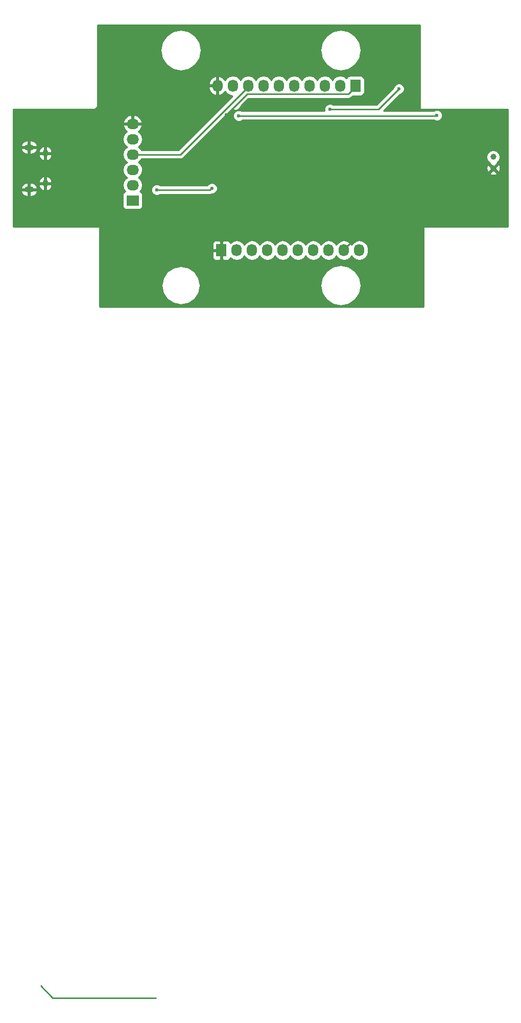
<source format=gbr>
G04 #@! TF.FileFunction,Copper,L2,Bot,Signal*
%FSLAX46Y46*%
G04 Gerber Fmt 4.6, Leading zero omitted, Abs format (unit mm)*
G04 Created by KiCad (PCBNEW 4.0.2-4+6225~38~ubuntu15.10.1-stable) date Thu 10 Mar 2016 05:21:24 PM CST*
%MOMM*%
G01*
G04 APERTURE LIST*
%ADD10C,0.100000*%
%ADD11R,1.727200X2.032000*%
%ADD12O,1.727200X2.032000*%
%ADD13R,2.032000X1.727200*%
%ADD14O,2.032000X1.727200*%
%ADD15C,1.000000*%
%ADD16O,0.950000X1.250000*%
%ADD17O,1.550000X1.000000*%
%ADD18C,0.600000*%
%ADD19C,0.250000*%
%ADD20C,0.254000*%
G04 APERTURE END LIST*
D10*
D11*
X178435000Y-55880000D03*
D12*
X175895000Y-55880000D03*
X173355000Y-55880000D03*
X170815000Y-55880000D03*
X168275000Y-55880000D03*
X165735000Y-55880000D03*
X163195000Y-55880000D03*
X160655000Y-55880000D03*
X158115000Y-55880000D03*
X155575000Y-55880000D03*
D13*
X141500000Y-74900000D03*
D14*
X141500000Y-72360000D03*
X141500000Y-69820000D03*
X141500000Y-67280000D03*
X141500000Y-64740000D03*
X141500000Y-62200000D03*
D15*
X201295000Y-69580000D03*
X201295000Y-67680000D03*
D11*
X156210000Y-83185000D03*
D12*
X158750000Y-83185000D03*
X161290000Y-83185000D03*
X163830000Y-83185000D03*
X166370000Y-83185000D03*
X168910000Y-83185000D03*
X171450000Y-83185000D03*
X173990000Y-83185000D03*
X176530000Y-83185000D03*
X179070000Y-83185000D03*
D16*
X127038540Y-67095100D03*
X127038540Y-72095100D03*
D17*
X124338540Y-66095100D03*
X124338540Y-73095100D03*
D18*
X145150000Y-63200000D03*
X135550000Y-72600000D03*
X153450000Y-76400000D03*
X158150000Y-78400000D03*
X146750000Y-78000000D03*
X181500000Y-72500000D03*
X147000000Y-70000000D03*
X185650000Y-56400000D03*
X174200000Y-59800000D03*
X157057240Y-60710507D03*
X191950000Y-60800000D03*
X159100000Y-60850000D03*
X185150000Y-81400000D03*
X154650000Y-72900000D03*
X145500000Y-73150000D03*
D19*
X128237027Y-207175159D02*
X126260375Y-205198507D01*
X145310375Y-207175159D02*
X128237027Y-207175159D01*
X179400000Y-59800000D02*
X182250000Y-59800000D01*
X182250000Y-59800000D02*
X185650000Y-56400000D01*
X174624264Y-59800000D02*
X174200000Y-59800000D01*
X179400000Y-59800000D02*
X174624264Y-59800000D01*
X157057240Y-60710507D02*
X160546737Y-57221010D01*
X160546737Y-57221010D02*
X177246390Y-57221010D01*
X177246390Y-57221010D02*
X178435000Y-56032400D01*
X178435000Y-56032400D02*
X178435000Y-55880000D01*
X159100000Y-60850000D02*
X191900000Y-60850000D01*
X191900000Y-60850000D02*
X191950000Y-60800000D01*
X161290000Y-83032600D02*
X161290000Y-83185000D01*
X160685000Y-83185000D02*
X161290000Y-83185000D01*
X161290000Y-83337400D02*
X161290000Y-83185000D01*
X141500000Y-67280000D02*
X149407400Y-67280000D01*
X149407400Y-67280000D02*
X160655000Y-56032400D01*
X160655000Y-56032400D02*
X160655000Y-55880000D01*
X185150000Y-81400000D02*
X178162600Y-81400000D01*
X178162600Y-81400000D02*
X176530000Y-83032600D01*
X176530000Y-83032600D02*
X176530000Y-83185000D01*
X154300000Y-73150000D02*
X154550000Y-72900000D01*
X154550000Y-72900000D02*
X154650000Y-72900000D01*
X145500000Y-73150000D02*
X154300000Y-73150000D01*
D20*
G36*
X189103000Y-59690000D02*
X189113006Y-59739410D01*
X189141447Y-59781035D01*
X189183841Y-59808315D01*
X189230000Y-59817000D01*
X203708000Y-59817000D01*
X203708000Y-79248000D01*
X189865000Y-79248000D01*
X189815590Y-79258006D01*
X189773965Y-79286447D01*
X189746685Y-79328841D01*
X189738000Y-79375000D01*
X189738000Y-92583000D01*
X136017000Y-92583000D01*
X136017000Y-89000000D01*
X146290000Y-89000000D01*
X146534347Y-90228414D01*
X147230187Y-91269813D01*
X148271586Y-91965653D01*
X149500000Y-92210000D01*
X150728414Y-91965653D01*
X151769813Y-91269813D01*
X152465653Y-90228414D01*
X152710000Y-89000000D01*
X172597418Y-89000000D01*
X172856424Y-90302112D01*
X173594011Y-91405989D01*
X174697888Y-92143576D01*
X176000000Y-92402582D01*
X177302112Y-92143576D01*
X178405989Y-91405989D01*
X179143576Y-90302112D01*
X179402582Y-89000000D01*
X179143576Y-87697888D01*
X178405989Y-86594011D01*
X177302112Y-85856424D01*
X176000000Y-85597418D01*
X174697888Y-85856424D01*
X173594011Y-86594011D01*
X172856424Y-87697888D01*
X172597418Y-89000000D01*
X152710000Y-89000000D01*
X152465653Y-87771586D01*
X151769813Y-86730187D01*
X150728414Y-86034347D01*
X149500000Y-85790000D01*
X148271586Y-86034347D01*
X147230187Y-86730187D01*
X146534347Y-87771586D01*
X146290000Y-89000000D01*
X136017000Y-89000000D01*
X136017000Y-83470750D01*
X154711400Y-83470750D01*
X154711400Y-84327309D01*
X154808073Y-84560698D01*
X154986701Y-84739327D01*
X155220090Y-84836000D01*
X155924250Y-84836000D01*
X156083000Y-84677250D01*
X156083000Y-83312000D01*
X154870150Y-83312000D01*
X154711400Y-83470750D01*
X136017000Y-83470750D01*
X136017000Y-82042691D01*
X154711400Y-82042691D01*
X154711400Y-82899250D01*
X154870150Y-83058000D01*
X156083000Y-83058000D01*
X156083000Y-81692750D01*
X156337000Y-81692750D01*
X156337000Y-83058000D01*
X156357000Y-83058000D01*
X156357000Y-83312000D01*
X156337000Y-83312000D01*
X156337000Y-84677250D01*
X156495750Y-84836000D01*
X157199910Y-84836000D01*
X157433299Y-84739327D01*
X157611927Y-84560698D01*
X157675500Y-84407220D01*
X157690330Y-84429415D01*
X158176511Y-84754271D01*
X158750000Y-84868345D01*
X159323489Y-84754271D01*
X159809670Y-84429415D01*
X160020000Y-84114634D01*
X160230330Y-84429415D01*
X160716511Y-84754271D01*
X161290000Y-84868345D01*
X161863489Y-84754271D01*
X162349670Y-84429415D01*
X162560000Y-84114634D01*
X162770330Y-84429415D01*
X163256511Y-84754271D01*
X163830000Y-84868345D01*
X164403489Y-84754271D01*
X164889670Y-84429415D01*
X165100000Y-84114634D01*
X165310330Y-84429415D01*
X165796511Y-84754271D01*
X166370000Y-84868345D01*
X166943489Y-84754271D01*
X167429670Y-84429415D01*
X167640000Y-84114634D01*
X167850330Y-84429415D01*
X168336511Y-84754271D01*
X168910000Y-84868345D01*
X169483489Y-84754271D01*
X169969670Y-84429415D01*
X170180000Y-84114634D01*
X170390330Y-84429415D01*
X170876511Y-84754271D01*
X171450000Y-84868345D01*
X172023489Y-84754271D01*
X172509670Y-84429415D01*
X172720000Y-84114634D01*
X172930330Y-84429415D01*
X173416511Y-84754271D01*
X173990000Y-84868345D01*
X174563489Y-84754271D01*
X175049670Y-84429415D01*
X175260000Y-84114634D01*
X175470330Y-84429415D01*
X175956511Y-84754271D01*
X176530000Y-84868345D01*
X177103489Y-84754271D01*
X177589670Y-84429415D01*
X177800000Y-84114634D01*
X178010330Y-84429415D01*
X178496511Y-84754271D01*
X179070000Y-84868345D01*
X179643489Y-84754271D01*
X180129670Y-84429415D01*
X180454526Y-83943234D01*
X180568600Y-83369745D01*
X180568600Y-83000255D01*
X180454526Y-82426766D01*
X180129670Y-81940585D01*
X179643489Y-81615729D01*
X179070000Y-81501655D01*
X178496511Y-81615729D01*
X178010330Y-81940585D01*
X177800000Y-82255366D01*
X177589670Y-81940585D01*
X177103489Y-81615729D01*
X176530000Y-81501655D01*
X175956511Y-81615729D01*
X175470330Y-81940585D01*
X175260000Y-82255366D01*
X175049670Y-81940585D01*
X174563489Y-81615729D01*
X173990000Y-81501655D01*
X173416511Y-81615729D01*
X172930330Y-81940585D01*
X172720000Y-82255366D01*
X172509670Y-81940585D01*
X172023489Y-81615729D01*
X171450000Y-81501655D01*
X170876511Y-81615729D01*
X170390330Y-81940585D01*
X170180000Y-82255366D01*
X169969670Y-81940585D01*
X169483489Y-81615729D01*
X168910000Y-81501655D01*
X168336511Y-81615729D01*
X167850330Y-81940585D01*
X167640000Y-82255366D01*
X167429670Y-81940585D01*
X166943489Y-81615729D01*
X166370000Y-81501655D01*
X165796511Y-81615729D01*
X165310330Y-81940585D01*
X165100000Y-82255366D01*
X164889670Y-81940585D01*
X164403489Y-81615729D01*
X163830000Y-81501655D01*
X163256511Y-81615729D01*
X162770330Y-81940585D01*
X162560000Y-82255366D01*
X162349670Y-81940585D01*
X161863489Y-81615729D01*
X161290000Y-81501655D01*
X160716511Y-81615729D01*
X160230330Y-81940585D01*
X160020000Y-82255366D01*
X159809670Y-81940585D01*
X159323489Y-81615729D01*
X158750000Y-81501655D01*
X158176511Y-81615729D01*
X157690330Y-81940585D01*
X157675500Y-81962780D01*
X157611927Y-81809302D01*
X157433299Y-81630673D01*
X157199910Y-81534000D01*
X156495750Y-81534000D01*
X156337000Y-81692750D01*
X156083000Y-81692750D01*
X155924250Y-81534000D01*
X155220090Y-81534000D01*
X154986701Y-81630673D01*
X154808073Y-81809302D01*
X154711400Y-82042691D01*
X136017000Y-82042691D01*
X136017000Y-79375000D01*
X136006994Y-79325590D01*
X135978553Y-79283965D01*
X135936159Y-79256685D01*
X135890000Y-79248000D01*
X121710000Y-79248000D01*
X121710000Y-73396974D01*
X122969421Y-73396974D01*
X123171172Y-73807863D01*
X123511862Y-74095102D01*
X123936540Y-74230100D01*
X124211540Y-74230100D01*
X124211540Y-73222100D01*
X124465540Y-73222100D01*
X124465540Y-74230100D01*
X124740540Y-74230100D01*
X125165218Y-74095102D01*
X125505908Y-73807863D01*
X125707659Y-73396974D01*
X125581494Y-73222100D01*
X124465540Y-73222100D01*
X124211540Y-73222100D01*
X123095586Y-73222100D01*
X122969421Y-73396974D01*
X121710000Y-73396974D01*
X121710000Y-72793226D01*
X122969421Y-72793226D01*
X123095586Y-72968100D01*
X124211540Y-72968100D01*
X124211540Y-71960100D01*
X124465540Y-71960100D01*
X124465540Y-72968100D01*
X125581494Y-72968100D01*
X125707659Y-72793226D01*
X125512731Y-72396231D01*
X125937311Y-72396231D01*
X126078972Y-72806149D01*
X126366719Y-73130652D01*
X126740602Y-73314368D01*
X126911540Y-73187834D01*
X126911540Y-72222100D01*
X127165540Y-72222100D01*
X127165540Y-73187834D01*
X127336478Y-73314368D01*
X127710361Y-73130652D01*
X127998108Y-72806149D01*
X128139769Y-72396231D01*
X127991103Y-72222100D01*
X127165540Y-72222100D01*
X126911540Y-72222100D01*
X126085977Y-72222100D01*
X125937311Y-72396231D01*
X125512731Y-72396231D01*
X125505908Y-72382337D01*
X125165218Y-72095098D01*
X124740540Y-71960100D01*
X124465540Y-71960100D01*
X124211540Y-71960100D01*
X123936540Y-71960100D01*
X123511862Y-72095098D01*
X123171172Y-72382337D01*
X122969421Y-72793226D01*
X121710000Y-72793226D01*
X121710000Y-71793969D01*
X125937311Y-71793969D01*
X126085977Y-71968100D01*
X126911540Y-71968100D01*
X126911540Y-71002366D01*
X127165540Y-71002366D01*
X127165540Y-71968100D01*
X127991103Y-71968100D01*
X128139769Y-71793969D01*
X127998108Y-71384051D01*
X127710361Y-71059548D01*
X127336478Y-70875832D01*
X127165540Y-71002366D01*
X126911540Y-71002366D01*
X126740602Y-70875832D01*
X126366719Y-71059548D01*
X126078972Y-71384051D01*
X125937311Y-71793969D01*
X121710000Y-71793969D01*
X121710000Y-67396231D01*
X125937311Y-67396231D01*
X126078972Y-67806149D01*
X126366719Y-68130652D01*
X126740602Y-68314368D01*
X126911540Y-68187834D01*
X126911540Y-67222100D01*
X127165540Y-67222100D01*
X127165540Y-68187834D01*
X127336478Y-68314368D01*
X127710361Y-68130652D01*
X127998108Y-67806149D01*
X128139769Y-67396231D01*
X127991103Y-67222100D01*
X127165540Y-67222100D01*
X126911540Y-67222100D01*
X126085977Y-67222100D01*
X125937311Y-67396231D01*
X121710000Y-67396231D01*
X121710000Y-66396974D01*
X122969421Y-66396974D01*
X123171172Y-66807863D01*
X123511862Y-67095102D01*
X123936540Y-67230100D01*
X124211540Y-67230100D01*
X124211540Y-66222100D01*
X124465540Y-66222100D01*
X124465540Y-67230100D01*
X124740540Y-67230100D01*
X125165218Y-67095102D01*
X125505908Y-66807863D01*
X125512730Y-66793969D01*
X125937311Y-66793969D01*
X126085977Y-66968100D01*
X126911540Y-66968100D01*
X126911540Y-66002366D01*
X127165540Y-66002366D01*
X127165540Y-66968100D01*
X127991103Y-66968100D01*
X128139769Y-66793969D01*
X127998108Y-66384051D01*
X127710361Y-66059548D01*
X127336478Y-65875832D01*
X127165540Y-66002366D01*
X126911540Y-66002366D01*
X126740602Y-65875832D01*
X126366719Y-66059548D01*
X126078972Y-66384051D01*
X125937311Y-66793969D01*
X125512730Y-66793969D01*
X125707659Y-66396974D01*
X125581494Y-66222100D01*
X124465540Y-66222100D01*
X124211540Y-66222100D01*
X123095586Y-66222100D01*
X122969421Y-66396974D01*
X121710000Y-66396974D01*
X121710000Y-65793226D01*
X122969421Y-65793226D01*
X123095586Y-65968100D01*
X124211540Y-65968100D01*
X124211540Y-64960100D01*
X124465540Y-64960100D01*
X124465540Y-65968100D01*
X125581494Y-65968100D01*
X125707659Y-65793226D01*
X125505908Y-65382337D01*
X125165218Y-65095098D01*
X124740540Y-64960100D01*
X124465540Y-64960100D01*
X124211540Y-64960100D01*
X123936540Y-64960100D01*
X123511862Y-65095098D01*
X123171172Y-65382337D01*
X122969421Y-65793226D01*
X121710000Y-65793226D01*
X121710000Y-64740000D01*
X139816655Y-64740000D01*
X139930729Y-65313489D01*
X140255585Y-65799670D01*
X140570366Y-66010000D01*
X140255585Y-66220330D01*
X139930729Y-66706511D01*
X139816655Y-67280000D01*
X139930729Y-67853489D01*
X140255585Y-68339670D01*
X140570366Y-68550000D01*
X140255585Y-68760330D01*
X139930729Y-69246511D01*
X139816655Y-69820000D01*
X139930729Y-70393489D01*
X140255585Y-70879670D01*
X140570366Y-71090000D01*
X140255585Y-71300330D01*
X139930729Y-71786511D01*
X139816655Y-72360000D01*
X139930729Y-72933489D01*
X140255585Y-73419670D01*
X140269913Y-73429243D01*
X140248683Y-73433238D01*
X140032559Y-73572310D01*
X139887569Y-73784510D01*
X139836560Y-74036400D01*
X139836560Y-75763600D01*
X139880838Y-75998917D01*
X140019910Y-76215041D01*
X140232110Y-76360031D01*
X140484000Y-76411040D01*
X142516000Y-76411040D01*
X142751317Y-76366762D01*
X142967441Y-76227690D01*
X143112431Y-76015490D01*
X143163440Y-75763600D01*
X143163440Y-74036400D01*
X143119162Y-73801083D01*
X142980090Y-73584959D01*
X142767890Y-73439969D01*
X142726561Y-73431600D01*
X142744415Y-73419670D01*
X142800878Y-73335167D01*
X144564838Y-73335167D01*
X144706883Y-73678943D01*
X144969673Y-73942192D01*
X145313201Y-74084838D01*
X145685167Y-74085162D01*
X146028943Y-73943117D01*
X146062118Y-73910000D01*
X154300000Y-73910000D01*
X154590839Y-73852148D01*
X154616545Y-73834972D01*
X154835167Y-73835162D01*
X155178943Y-73693117D01*
X155442192Y-73430327D01*
X155584838Y-73086799D01*
X155585162Y-72714833D01*
X155443117Y-72371057D01*
X155180327Y-72107808D01*
X154836799Y-71965162D01*
X154464833Y-71964838D01*
X154121057Y-72106883D01*
X153857808Y-72369673D01*
X153849367Y-72390000D01*
X146062463Y-72390000D01*
X146030327Y-72357808D01*
X145686799Y-72215162D01*
X145314833Y-72214838D01*
X144971057Y-72356883D01*
X144707808Y-72619673D01*
X144565162Y-72963201D01*
X144564838Y-73335167D01*
X142800878Y-73335167D01*
X143069271Y-72933489D01*
X143183345Y-72360000D01*
X143069271Y-71786511D01*
X142744415Y-71300330D01*
X142429634Y-71090000D01*
X142744415Y-70879670D01*
X143069271Y-70393489D01*
X143073922Y-70370104D01*
X200684501Y-70370104D01*
X200721648Y-70585217D01*
X201149972Y-70728112D01*
X201600375Y-70696217D01*
X201868352Y-70585217D01*
X201905499Y-70370104D01*
X201295000Y-69759605D01*
X200684501Y-70370104D01*
X143073922Y-70370104D01*
X143183345Y-69820000D01*
X143106759Y-69434972D01*
X200146888Y-69434972D01*
X200178783Y-69885375D01*
X200289783Y-70153352D01*
X200504896Y-70190499D01*
X201115395Y-69580000D01*
X201474605Y-69580000D01*
X202085104Y-70190499D01*
X202300217Y-70153352D01*
X202443112Y-69725028D01*
X202411217Y-69274625D01*
X202300217Y-69006648D01*
X202085104Y-68969501D01*
X201474605Y-69580000D01*
X201115395Y-69580000D01*
X200504896Y-68969501D01*
X200289783Y-69006648D01*
X200146888Y-69434972D01*
X143106759Y-69434972D01*
X143069271Y-69246511D01*
X142744415Y-68760330D01*
X142429634Y-68550000D01*
X142744415Y-68339670D01*
X142944648Y-68040000D01*
X149407400Y-68040000D01*
X149698239Y-67982148D01*
X149814036Y-67904775D01*
X200159803Y-67904775D01*
X200332233Y-68322086D01*
X200651235Y-68641645D01*
X200706163Y-68664453D01*
X200684501Y-68789896D01*
X201295000Y-69400395D01*
X201905499Y-68789896D01*
X201883888Y-68664748D01*
X201937086Y-68642767D01*
X202256645Y-68323765D01*
X202429803Y-67906756D01*
X202430197Y-67455225D01*
X202257767Y-67037914D01*
X201938765Y-66718355D01*
X201521756Y-66545197D01*
X201070225Y-66544803D01*
X200652914Y-66717233D01*
X200333355Y-67036235D01*
X200160197Y-67453244D01*
X200159803Y-67904775D01*
X149814036Y-67904775D01*
X149944801Y-67817401D01*
X156727035Y-61035167D01*
X158164838Y-61035167D01*
X158306883Y-61378943D01*
X158569673Y-61642192D01*
X158913201Y-61784838D01*
X159285167Y-61785162D01*
X159628943Y-61643117D01*
X159696422Y-61575755D01*
X159775629Y-61560000D01*
X191387537Y-61560000D01*
X191419673Y-61592192D01*
X191763201Y-61734838D01*
X192135167Y-61735162D01*
X192478943Y-61593117D01*
X192742192Y-61330327D01*
X192884838Y-60986799D01*
X192885162Y-60614833D01*
X192743117Y-60271057D01*
X192480327Y-60007808D01*
X192136799Y-59865162D01*
X191764833Y-59864838D01*
X191421057Y-60006883D01*
X191387882Y-60040000D01*
X183084802Y-60040000D01*
X185789680Y-57335122D01*
X185835167Y-57335162D01*
X186178943Y-57193117D01*
X186442192Y-56930327D01*
X186584838Y-56586799D01*
X186585162Y-56214833D01*
X186443117Y-55871057D01*
X186180327Y-55607808D01*
X185836799Y-55465162D01*
X185464833Y-55464838D01*
X185121057Y-55606883D01*
X184857808Y-55869673D01*
X184715162Y-56213201D01*
X184715121Y-56260077D01*
X181935198Y-59040000D01*
X174762463Y-59040000D01*
X174730327Y-59007808D01*
X174386799Y-58865162D01*
X174014833Y-58864838D01*
X173671057Y-59006883D01*
X173407808Y-59269673D01*
X173265162Y-59613201D01*
X173264838Y-59985167D01*
X173287494Y-60040000D01*
X159587441Y-60040000D01*
X159286799Y-59915162D01*
X158914833Y-59914838D01*
X158571057Y-60056883D01*
X158307808Y-60319673D01*
X158165162Y-60663201D01*
X158164838Y-61035167D01*
X156727035Y-61035167D01*
X157969872Y-59792330D01*
X158005321Y-59827840D01*
X158348849Y-59970486D01*
X158720815Y-59970810D01*
X159064591Y-59828765D01*
X159327840Y-59565975D01*
X159470486Y-59222447D01*
X159470527Y-59175571D01*
X160665088Y-57981010D01*
X177246390Y-57981010D01*
X177537229Y-57923158D01*
X177783791Y-57758411D01*
X177998762Y-57543440D01*
X179298600Y-57543440D01*
X179533917Y-57499162D01*
X179750041Y-57360090D01*
X179895031Y-57147890D01*
X179946040Y-56896000D01*
X179946040Y-54864000D01*
X179901762Y-54628683D01*
X179762690Y-54412559D01*
X179550490Y-54267569D01*
X179298600Y-54216560D01*
X177571400Y-54216560D01*
X177336083Y-54260838D01*
X177119959Y-54399910D01*
X176974969Y-54612110D01*
X176966600Y-54653439D01*
X176954670Y-54635585D01*
X176468489Y-54310729D01*
X175895000Y-54196655D01*
X175321511Y-54310729D01*
X174835330Y-54635585D01*
X174625000Y-54950366D01*
X174414670Y-54635585D01*
X173928489Y-54310729D01*
X173355000Y-54196655D01*
X172781511Y-54310729D01*
X172295330Y-54635585D01*
X172085000Y-54950366D01*
X171874670Y-54635585D01*
X171388489Y-54310729D01*
X170815000Y-54196655D01*
X170241511Y-54310729D01*
X169755330Y-54635585D01*
X169545000Y-54950366D01*
X169334670Y-54635585D01*
X168848489Y-54310729D01*
X168275000Y-54196655D01*
X167701511Y-54310729D01*
X167215330Y-54635585D01*
X167005000Y-54950366D01*
X166794670Y-54635585D01*
X166308489Y-54310729D01*
X165735000Y-54196655D01*
X165161511Y-54310729D01*
X164675330Y-54635585D01*
X164465000Y-54950366D01*
X164254670Y-54635585D01*
X163768489Y-54310729D01*
X163195000Y-54196655D01*
X162621511Y-54310729D01*
X162135330Y-54635585D01*
X161925000Y-54950366D01*
X161714670Y-54635585D01*
X161228489Y-54310729D01*
X160655000Y-54196655D01*
X160081511Y-54310729D01*
X159595330Y-54635585D01*
X159385000Y-54950366D01*
X159174670Y-54635585D01*
X158688489Y-54310729D01*
X158115000Y-54196655D01*
X157541511Y-54310729D01*
X157055330Y-54635585D01*
X156848539Y-54945069D01*
X156477036Y-54529268D01*
X155949791Y-54275291D01*
X155934026Y-54272642D01*
X155702000Y-54393783D01*
X155702000Y-55753000D01*
X155722000Y-55753000D01*
X155722000Y-56007000D01*
X155702000Y-56007000D01*
X155702000Y-57366217D01*
X155934026Y-57487358D01*
X155949791Y-57484709D01*
X156477036Y-57230732D01*
X156848539Y-56814931D01*
X157055330Y-57124415D01*
X157541511Y-57449271D01*
X158060161Y-57552437D01*
X149092598Y-66520000D01*
X142944648Y-66520000D01*
X142744415Y-66220330D01*
X142429634Y-66010000D01*
X142744415Y-65799670D01*
X143069271Y-65313489D01*
X143183345Y-64740000D01*
X143069271Y-64166511D01*
X142744415Y-63680330D01*
X142434931Y-63473539D01*
X142850732Y-63102036D01*
X143104709Y-62574791D01*
X143107358Y-62559026D01*
X142986217Y-62327000D01*
X141627000Y-62327000D01*
X141627000Y-62347000D01*
X141373000Y-62347000D01*
X141373000Y-62327000D01*
X140013783Y-62327000D01*
X139892642Y-62559026D01*
X139895291Y-62574791D01*
X140149268Y-63102036D01*
X140565069Y-63473539D01*
X140255585Y-63680330D01*
X139930729Y-64166511D01*
X139816655Y-64740000D01*
X121710000Y-64740000D01*
X121710000Y-61840974D01*
X139892642Y-61840974D01*
X140013783Y-62073000D01*
X141373000Y-62073000D01*
X141373000Y-60859076D01*
X141627000Y-60859076D01*
X141627000Y-62073000D01*
X142986217Y-62073000D01*
X143107358Y-61840974D01*
X143104709Y-61825209D01*
X142850732Y-61297964D01*
X142414320Y-60908046D01*
X141861913Y-60714816D01*
X141627000Y-60859076D01*
X141373000Y-60859076D01*
X141138087Y-60714816D01*
X140585680Y-60908046D01*
X140149268Y-61297964D01*
X139895291Y-61825209D01*
X139892642Y-61840974D01*
X121710000Y-61840974D01*
X121710000Y-59817000D01*
X135255000Y-59817000D01*
X135304410Y-59806994D01*
X135346035Y-59778553D01*
X135373315Y-59736159D01*
X135382000Y-59690000D01*
X135382000Y-59582258D01*
X135502046Y-59502046D01*
X135655954Y-59271705D01*
X135710000Y-59000000D01*
X135710000Y-56241913D01*
X154089816Y-56241913D01*
X154283046Y-56794320D01*
X154672964Y-57230732D01*
X155200209Y-57484709D01*
X155215974Y-57487358D01*
X155448000Y-57366217D01*
X155448000Y-56007000D01*
X154234076Y-56007000D01*
X154089816Y-56241913D01*
X135710000Y-56241913D01*
X135710000Y-55518087D01*
X154089816Y-55518087D01*
X154234076Y-55753000D01*
X155448000Y-55753000D01*
X155448000Y-54393783D01*
X155215974Y-54272642D01*
X155200209Y-54275291D01*
X154672964Y-54529268D01*
X154283046Y-54965680D01*
X154089816Y-55518087D01*
X135710000Y-55518087D01*
X135710000Y-50000000D01*
X146097418Y-50000000D01*
X146356424Y-51302112D01*
X147094011Y-52405989D01*
X148197888Y-53143576D01*
X149500000Y-53402582D01*
X150802112Y-53143576D01*
X151905989Y-52405989D01*
X152643576Y-51302112D01*
X152902582Y-50000000D01*
X172597418Y-50000000D01*
X172856424Y-51302112D01*
X173594011Y-52405989D01*
X174697888Y-53143576D01*
X176000000Y-53402582D01*
X177302112Y-53143576D01*
X178405989Y-52405989D01*
X179143576Y-51302112D01*
X179402582Y-50000000D01*
X179143576Y-48697888D01*
X178405989Y-47594011D01*
X177302112Y-46856424D01*
X176000000Y-46597418D01*
X174697888Y-46856424D01*
X173594011Y-47594011D01*
X172856424Y-48697888D01*
X172597418Y-50000000D01*
X152902582Y-50000000D01*
X152643576Y-48697888D01*
X151905989Y-47594011D01*
X150802112Y-46856424D01*
X149500000Y-46597418D01*
X148197888Y-46856424D01*
X147094011Y-47594011D01*
X146356424Y-48697888D01*
X146097418Y-50000000D01*
X135710000Y-50000000D01*
X135710000Y-45847000D01*
X189103000Y-45847000D01*
X189103000Y-59690000D01*
X189103000Y-59690000D01*
G37*
X189103000Y-59690000D02*
X189113006Y-59739410D01*
X189141447Y-59781035D01*
X189183841Y-59808315D01*
X189230000Y-59817000D01*
X203708000Y-59817000D01*
X203708000Y-79248000D01*
X189865000Y-79248000D01*
X189815590Y-79258006D01*
X189773965Y-79286447D01*
X189746685Y-79328841D01*
X189738000Y-79375000D01*
X189738000Y-92583000D01*
X136017000Y-92583000D01*
X136017000Y-89000000D01*
X146290000Y-89000000D01*
X146534347Y-90228414D01*
X147230187Y-91269813D01*
X148271586Y-91965653D01*
X149500000Y-92210000D01*
X150728414Y-91965653D01*
X151769813Y-91269813D01*
X152465653Y-90228414D01*
X152710000Y-89000000D01*
X172597418Y-89000000D01*
X172856424Y-90302112D01*
X173594011Y-91405989D01*
X174697888Y-92143576D01*
X176000000Y-92402582D01*
X177302112Y-92143576D01*
X178405989Y-91405989D01*
X179143576Y-90302112D01*
X179402582Y-89000000D01*
X179143576Y-87697888D01*
X178405989Y-86594011D01*
X177302112Y-85856424D01*
X176000000Y-85597418D01*
X174697888Y-85856424D01*
X173594011Y-86594011D01*
X172856424Y-87697888D01*
X172597418Y-89000000D01*
X152710000Y-89000000D01*
X152465653Y-87771586D01*
X151769813Y-86730187D01*
X150728414Y-86034347D01*
X149500000Y-85790000D01*
X148271586Y-86034347D01*
X147230187Y-86730187D01*
X146534347Y-87771586D01*
X146290000Y-89000000D01*
X136017000Y-89000000D01*
X136017000Y-83470750D01*
X154711400Y-83470750D01*
X154711400Y-84327309D01*
X154808073Y-84560698D01*
X154986701Y-84739327D01*
X155220090Y-84836000D01*
X155924250Y-84836000D01*
X156083000Y-84677250D01*
X156083000Y-83312000D01*
X154870150Y-83312000D01*
X154711400Y-83470750D01*
X136017000Y-83470750D01*
X136017000Y-82042691D01*
X154711400Y-82042691D01*
X154711400Y-82899250D01*
X154870150Y-83058000D01*
X156083000Y-83058000D01*
X156083000Y-81692750D01*
X156337000Y-81692750D01*
X156337000Y-83058000D01*
X156357000Y-83058000D01*
X156357000Y-83312000D01*
X156337000Y-83312000D01*
X156337000Y-84677250D01*
X156495750Y-84836000D01*
X157199910Y-84836000D01*
X157433299Y-84739327D01*
X157611927Y-84560698D01*
X157675500Y-84407220D01*
X157690330Y-84429415D01*
X158176511Y-84754271D01*
X158750000Y-84868345D01*
X159323489Y-84754271D01*
X159809670Y-84429415D01*
X160020000Y-84114634D01*
X160230330Y-84429415D01*
X160716511Y-84754271D01*
X161290000Y-84868345D01*
X161863489Y-84754271D01*
X162349670Y-84429415D01*
X162560000Y-84114634D01*
X162770330Y-84429415D01*
X163256511Y-84754271D01*
X163830000Y-84868345D01*
X164403489Y-84754271D01*
X164889670Y-84429415D01*
X165100000Y-84114634D01*
X165310330Y-84429415D01*
X165796511Y-84754271D01*
X166370000Y-84868345D01*
X166943489Y-84754271D01*
X167429670Y-84429415D01*
X167640000Y-84114634D01*
X167850330Y-84429415D01*
X168336511Y-84754271D01*
X168910000Y-84868345D01*
X169483489Y-84754271D01*
X169969670Y-84429415D01*
X170180000Y-84114634D01*
X170390330Y-84429415D01*
X170876511Y-84754271D01*
X171450000Y-84868345D01*
X172023489Y-84754271D01*
X172509670Y-84429415D01*
X172720000Y-84114634D01*
X172930330Y-84429415D01*
X173416511Y-84754271D01*
X173990000Y-84868345D01*
X174563489Y-84754271D01*
X175049670Y-84429415D01*
X175260000Y-84114634D01*
X175470330Y-84429415D01*
X175956511Y-84754271D01*
X176530000Y-84868345D01*
X177103489Y-84754271D01*
X177589670Y-84429415D01*
X177800000Y-84114634D01*
X178010330Y-84429415D01*
X178496511Y-84754271D01*
X179070000Y-84868345D01*
X179643489Y-84754271D01*
X180129670Y-84429415D01*
X180454526Y-83943234D01*
X180568600Y-83369745D01*
X180568600Y-83000255D01*
X180454526Y-82426766D01*
X180129670Y-81940585D01*
X179643489Y-81615729D01*
X179070000Y-81501655D01*
X178496511Y-81615729D01*
X178010330Y-81940585D01*
X177800000Y-82255366D01*
X177589670Y-81940585D01*
X177103489Y-81615729D01*
X176530000Y-81501655D01*
X175956511Y-81615729D01*
X175470330Y-81940585D01*
X175260000Y-82255366D01*
X175049670Y-81940585D01*
X174563489Y-81615729D01*
X173990000Y-81501655D01*
X173416511Y-81615729D01*
X172930330Y-81940585D01*
X172720000Y-82255366D01*
X172509670Y-81940585D01*
X172023489Y-81615729D01*
X171450000Y-81501655D01*
X170876511Y-81615729D01*
X170390330Y-81940585D01*
X170180000Y-82255366D01*
X169969670Y-81940585D01*
X169483489Y-81615729D01*
X168910000Y-81501655D01*
X168336511Y-81615729D01*
X167850330Y-81940585D01*
X167640000Y-82255366D01*
X167429670Y-81940585D01*
X166943489Y-81615729D01*
X166370000Y-81501655D01*
X165796511Y-81615729D01*
X165310330Y-81940585D01*
X165100000Y-82255366D01*
X164889670Y-81940585D01*
X164403489Y-81615729D01*
X163830000Y-81501655D01*
X163256511Y-81615729D01*
X162770330Y-81940585D01*
X162560000Y-82255366D01*
X162349670Y-81940585D01*
X161863489Y-81615729D01*
X161290000Y-81501655D01*
X160716511Y-81615729D01*
X160230330Y-81940585D01*
X160020000Y-82255366D01*
X159809670Y-81940585D01*
X159323489Y-81615729D01*
X158750000Y-81501655D01*
X158176511Y-81615729D01*
X157690330Y-81940585D01*
X157675500Y-81962780D01*
X157611927Y-81809302D01*
X157433299Y-81630673D01*
X157199910Y-81534000D01*
X156495750Y-81534000D01*
X156337000Y-81692750D01*
X156083000Y-81692750D01*
X155924250Y-81534000D01*
X155220090Y-81534000D01*
X154986701Y-81630673D01*
X154808073Y-81809302D01*
X154711400Y-82042691D01*
X136017000Y-82042691D01*
X136017000Y-79375000D01*
X136006994Y-79325590D01*
X135978553Y-79283965D01*
X135936159Y-79256685D01*
X135890000Y-79248000D01*
X121710000Y-79248000D01*
X121710000Y-73396974D01*
X122969421Y-73396974D01*
X123171172Y-73807863D01*
X123511862Y-74095102D01*
X123936540Y-74230100D01*
X124211540Y-74230100D01*
X124211540Y-73222100D01*
X124465540Y-73222100D01*
X124465540Y-74230100D01*
X124740540Y-74230100D01*
X125165218Y-74095102D01*
X125505908Y-73807863D01*
X125707659Y-73396974D01*
X125581494Y-73222100D01*
X124465540Y-73222100D01*
X124211540Y-73222100D01*
X123095586Y-73222100D01*
X122969421Y-73396974D01*
X121710000Y-73396974D01*
X121710000Y-72793226D01*
X122969421Y-72793226D01*
X123095586Y-72968100D01*
X124211540Y-72968100D01*
X124211540Y-71960100D01*
X124465540Y-71960100D01*
X124465540Y-72968100D01*
X125581494Y-72968100D01*
X125707659Y-72793226D01*
X125512731Y-72396231D01*
X125937311Y-72396231D01*
X126078972Y-72806149D01*
X126366719Y-73130652D01*
X126740602Y-73314368D01*
X126911540Y-73187834D01*
X126911540Y-72222100D01*
X127165540Y-72222100D01*
X127165540Y-73187834D01*
X127336478Y-73314368D01*
X127710361Y-73130652D01*
X127998108Y-72806149D01*
X128139769Y-72396231D01*
X127991103Y-72222100D01*
X127165540Y-72222100D01*
X126911540Y-72222100D01*
X126085977Y-72222100D01*
X125937311Y-72396231D01*
X125512731Y-72396231D01*
X125505908Y-72382337D01*
X125165218Y-72095098D01*
X124740540Y-71960100D01*
X124465540Y-71960100D01*
X124211540Y-71960100D01*
X123936540Y-71960100D01*
X123511862Y-72095098D01*
X123171172Y-72382337D01*
X122969421Y-72793226D01*
X121710000Y-72793226D01*
X121710000Y-71793969D01*
X125937311Y-71793969D01*
X126085977Y-71968100D01*
X126911540Y-71968100D01*
X126911540Y-71002366D01*
X127165540Y-71002366D01*
X127165540Y-71968100D01*
X127991103Y-71968100D01*
X128139769Y-71793969D01*
X127998108Y-71384051D01*
X127710361Y-71059548D01*
X127336478Y-70875832D01*
X127165540Y-71002366D01*
X126911540Y-71002366D01*
X126740602Y-70875832D01*
X126366719Y-71059548D01*
X126078972Y-71384051D01*
X125937311Y-71793969D01*
X121710000Y-71793969D01*
X121710000Y-67396231D01*
X125937311Y-67396231D01*
X126078972Y-67806149D01*
X126366719Y-68130652D01*
X126740602Y-68314368D01*
X126911540Y-68187834D01*
X126911540Y-67222100D01*
X127165540Y-67222100D01*
X127165540Y-68187834D01*
X127336478Y-68314368D01*
X127710361Y-68130652D01*
X127998108Y-67806149D01*
X128139769Y-67396231D01*
X127991103Y-67222100D01*
X127165540Y-67222100D01*
X126911540Y-67222100D01*
X126085977Y-67222100D01*
X125937311Y-67396231D01*
X121710000Y-67396231D01*
X121710000Y-66396974D01*
X122969421Y-66396974D01*
X123171172Y-66807863D01*
X123511862Y-67095102D01*
X123936540Y-67230100D01*
X124211540Y-67230100D01*
X124211540Y-66222100D01*
X124465540Y-66222100D01*
X124465540Y-67230100D01*
X124740540Y-67230100D01*
X125165218Y-67095102D01*
X125505908Y-66807863D01*
X125512730Y-66793969D01*
X125937311Y-66793969D01*
X126085977Y-66968100D01*
X126911540Y-66968100D01*
X126911540Y-66002366D01*
X127165540Y-66002366D01*
X127165540Y-66968100D01*
X127991103Y-66968100D01*
X128139769Y-66793969D01*
X127998108Y-66384051D01*
X127710361Y-66059548D01*
X127336478Y-65875832D01*
X127165540Y-66002366D01*
X126911540Y-66002366D01*
X126740602Y-65875832D01*
X126366719Y-66059548D01*
X126078972Y-66384051D01*
X125937311Y-66793969D01*
X125512730Y-66793969D01*
X125707659Y-66396974D01*
X125581494Y-66222100D01*
X124465540Y-66222100D01*
X124211540Y-66222100D01*
X123095586Y-66222100D01*
X122969421Y-66396974D01*
X121710000Y-66396974D01*
X121710000Y-65793226D01*
X122969421Y-65793226D01*
X123095586Y-65968100D01*
X124211540Y-65968100D01*
X124211540Y-64960100D01*
X124465540Y-64960100D01*
X124465540Y-65968100D01*
X125581494Y-65968100D01*
X125707659Y-65793226D01*
X125505908Y-65382337D01*
X125165218Y-65095098D01*
X124740540Y-64960100D01*
X124465540Y-64960100D01*
X124211540Y-64960100D01*
X123936540Y-64960100D01*
X123511862Y-65095098D01*
X123171172Y-65382337D01*
X122969421Y-65793226D01*
X121710000Y-65793226D01*
X121710000Y-64740000D01*
X139816655Y-64740000D01*
X139930729Y-65313489D01*
X140255585Y-65799670D01*
X140570366Y-66010000D01*
X140255585Y-66220330D01*
X139930729Y-66706511D01*
X139816655Y-67280000D01*
X139930729Y-67853489D01*
X140255585Y-68339670D01*
X140570366Y-68550000D01*
X140255585Y-68760330D01*
X139930729Y-69246511D01*
X139816655Y-69820000D01*
X139930729Y-70393489D01*
X140255585Y-70879670D01*
X140570366Y-71090000D01*
X140255585Y-71300330D01*
X139930729Y-71786511D01*
X139816655Y-72360000D01*
X139930729Y-72933489D01*
X140255585Y-73419670D01*
X140269913Y-73429243D01*
X140248683Y-73433238D01*
X140032559Y-73572310D01*
X139887569Y-73784510D01*
X139836560Y-74036400D01*
X139836560Y-75763600D01*
X139880838Y-75998917D01*
X140019910Y-76215041D01*
X140232110Y-76360031D01*
X140484000Y-76411040D01*
X142516000Y-76411040D01*
X142751317Y-76366762D01*
X142967441Y-76227690D01*
X143112431Y-76015490D01*
X143163440Y-75763600D01*
X143163440Y-74036400D01*
X143119162Y-73801083D01*
X142980090Y-73584959D01*
X142767890Y-73439969D01*
X142726561Y-73431600D01*
X142744415Y-73419670D01*
X142800878Y-73335167D01*
X144564838Y-73335167D01*
X144706883Y-73678943D01*
X144969673Y-73942192D01*
X145313201Y-74084838D01*
X145685167Y-74085162D01*
X146028943Y-73943117D01*
X146062118Y-73910000D01*
X154300000Y-73910000D01*
X154590839Y-73852148D01*
X154616545Y-73834972D01*
X154835167Y-73835162D01*
X155178943Y-73693117D01*
X155442192Y-73430327D01*
X155584838Y-73086799D01*
X155585162Y-72714833D01*
X155443117Y-72371057D01*
X155180327Y-72107808D01*
X154836799Y-71965162D01*
X154464833Y-71964838D01*
X154121057Y-72106883D01*
X153857808Y-72369673D01*
X153849367Y-72390000D01*
X146062463Y-72390000D01*
X146030327Y-72357808D01*
X145686799Y-72215162D01*
X145314833Y-72214838D01*
X144971057Y-72356883D01*
X144707808Y-72619673D01*
X144565162Y-72963201D01*
X144564838Y-73335167D01*
X142800878Y-73335167D01*
X143069271Y-72933489D01*
X143183345Y-72360000D01*
X143069271Y-71786511D01*
X142744415Y-71300330D01*
X142429634Y-71090000D01*
X142744415Y-70879670D01*
X143069271Y-70393489D01*
X143073922Y-70370104D01*
X200684501Y-70370104D01*
X200721648Y-70585217D01*
X201149972Y-70728112D01*
X201600375Y-70696217D01*
X201868352Y-70585217D01*
X201905499Y-70370104D01*
X201295000Y-69759605D01*
X200684501Y-70370104D01*
X143073922Y-70370104D01*
X143183345Y-69820000D01*
X143106759Y-69434972D01*
X200146888Y-69434972D01*
X200178783Y-69885375D01*
X200289783Y-70153352D01*
X200504896Y-70190499D01*
X201115395Y-69580000D01*
X201474605Y-69580000D01*
X202085104Y-70190499D01*
X202300217Y-70153352D01*
X202443112Y-69725028D01*
X202411217Y-69274625D01*
X202300217Y-69006648D01*
X202085104Y-68969501D01*
X201474605Y-69580000D01*
X201115395Y-69580000D01*
X200504896Y-68969501D01*
X200289783Y-69006648D01*
X200146888Y-69434972D01*
X143106759Y-69434972D01*
X143069271Y-69246511D01*
X142744415Y-68760330D01*
X142429634Y-68550000D01*
X142744415Y-68339670D01*
X142944648Y-68040000D01*
X149407400Y-68040000D01*
X149698239Y-67982148D01*
X149814036Y-67904775D01*
X200159803Y-67904775D01*
X200332233Y-68322086D01*
X200651235Y-68641645D01*
X200706163Y-68664453D01*
X200684501Y-68789896D01*
X201295000Y-69400395D01*
X201905499Y-68789896D01*
X201883888Y-68664748D01*
X201937086Y-68642767D01*
X202256645Y-68323765D01*
X202429803Y-67906756D01*
X202430197Y-67455225D01*
X202257767Y-67037914D01*
X201938765Y-66718355D01*
X201521756Y-66545197D01*
X201070225Y-66544803D01*
X200652914Y-66717233D01*
X200333355Y-67036235D01*
X200160197Y-67453244D01*
X200159803Y-67904775D01*
X149814036Y-67904775D01*
X149944801Y-67817401D01*
X156727035Y-61035167D01*
X158164838Y-61035167D01*
X158306883Y-61378943D01*
X158569673Y-61642192D01*
X158913201Y-61784838D01*
X159285167Y-61785162D01*
X159628943Y-61643117D01*
X159696422Y-61575755D01*
X159775629Y-61560000D01*
X191387537Y-61560000D01*
X191419673Y-61592192D01*
X191763201Y-61734838D01*
X192135167Y-61735162D01*
X192478943Y-61593117D01*
X192742192Y-61330327D01*
X192884838Y-60986799D01*
X192885162Y-60614833D01*
X192743117Y-60271057D01*
X192480327Y-60007808D01*
X192136799Y-59865162D01*
X191764833Y-59864838D01*
X191421057Y-60006883D01*
X191387882Y-60040000D01*
X183084802Y-60040000D01*
X185789680Y-57335122D01*
X185835167Y-57335162D01*
X186178943Y-57193117D01*
X186442192Y-56930327D01*
X186584838Y-56586799D01*
X186585162Y-56214833D01*
X186443117Y-55871057D01*
X186180327Y-55607808D01*
X185836799Y-55465162D01*
X185464833Y-55464838D01*
X185121057Y-55606883D01*
X184857808Y-55869673D01*
X184715162Y-56213201D01*
X184715121Y-56260077D01*
X181935198Y-59040000D01*
X174762463Y-59040000D01*
X174730327Y-59007808D01*
X174386799Y-58865162D01*
X174014833Y-58864838D01*
X173671057Y-59006883D01*
X173407808Y-59269673D01*
X173265162Y-59613201D01*
X173264838Y-59985167D01*
X173287494Y-60040000D01*
X159587441Y-60040000D01*
X159286799Y-59915162D01*
X158914833Y-59914838D01*
X158571057Y-60056883D01*
X158307808Y-60319673D01*
X158165162Y-60663201D01*
X158164838Y-61035167D01*
X156727035Y-61035167D01*
X157969872Y-59792330D01*
X158005321Y-59827840D01*
X158348849Y-59970486D01*
X158720815Y-59970810D01*
X159064591Y-59828765D01*
X159327840Y-59565975D01*
X159470486Y-59222447D01*
X159470527Y-59175571D01*
X160665088Y-57981010D01*
X177246390Y-57981010D01*
X177537229Y-57923158D01*
X177783791Y-57758411D01*
X177998762Y-57543440D01*
X179298600Y-57543440D01*
X179533917Y-57499162D01*
X179750041Y-57360090D01*
X179895031Y-57147890D01*
X179946040Y-56896000D01*
X179946040Y-54864000D01*
X179901762Y-54628683D01*
X179762690Y-54412559D01*
X179550490Y-54267569D01*
X179298600Y-54216560D01*
X177571400Y-54216560D01*
X177336083Y-54260838D01*
X177119959Y-54399910D01*
X176974969Y-54612110D01*
X176966600Y-54653439D01*
X176954670Y-54635585D01*
X176468489Y-54310729D01*
X175895000Y-54196655D01*
X175321511Y-54310729D01*
X174835330Y-54635585D01*
X174625000Y-54950366D01*
X174414670Y-54635585D01*
X173928489Y-54310729D01*
X173355000Y-54196655D01*
X172781511Y-54310729D01*
X172295330Y-54635585D01*
X172085000Y-54950366D01*
X171874670Y-54635585D01*
X171388489Y-54310729D01*
X170815000Y-54196655D01*
X170241511Y-54310729D01*
X169755330Y-54635585D01*
X169545000Y-54950366D01*
X169334670Y-54635585D01*
X168848489Y-54310729D01*
X168275000Y-54196655D01*
X167701511Y-54310729D01*
X167215330Y-54635585D01*
X167005000Y-54950366D01*
X166794670Y-54635585D01*
X166308489Y-54310729D01*
X165735000Y-54196655D01*
X165161511Y-54310729D01*
X164675330Y-54635585D01*
X164465000Y-54950366D01*
X164254670Y-54635585D01*
X163768489Y-54310729D01*
X163195000Y-54196655D01*
X162621511Y-54310729D01*
X162135330Y-54635585D01*
X161925000Y-54950366D01*
X161714670Y-54635585D01*
X161228489Y-54310729D01*
X160655000Y-54196655D01*
X160081511Y-54310729D01*
X159595330Y-54635585D01*
X159385000Y-54950366D01*
X159174670Y-54635585D01*
X158688489Y-54310729D01*
X158115000Y-54196655D01*
X157541511Y-54310729D01*
X157055330Y-54635585D01*
X156848539Y-54945069D01*
X156477036Y-54529268D01*
X155949791Y-54275291D01*
X155934026Y-54272642D01*
X155702000Y-54393783D01*
X155702000Y-55753000D01*
X155722000Y-55753000D01*
X155722000Y-56007000D01*
X155702000Y-56007000D01*
X155702000Y-57366217D01*
X155934026Y-57487358D01*
X155949791Y-57484709D01*
X156477036Y-57230732D01*
X156848539Y-56814931D01*
X157055330Y-57124415D01*
X157541511Y-57449271D01*
X158060161Y-57552437D01*
X149092598Y-66520000D01*
X142944648Y-66520000D01*
X142744415Y-66220330D01*
X142429634Y-66010000D01*
X142744415Y-65799670D01*
X143069271Y-65313489D01*
X143183345Y-64740000D01*
X143069271Y-64166511D01*
X142744415Y-63680330D01*
X142434931Y-63473539D01*
X142850732Y-63102036D01*
X143104709Y-62574791D01*
X143107358Y-62559026D01*
X142986217Y-62327000D01*
X141627000Y-62327000D01*
X141627000Y-62347000D01*
X141373000Y-62347000D01*
X141373000Y-62327000D01*
X140013783Y-62327000D01*
X139892642Y-62559026D01*
X139895291Y-62574791D01*
X140149268Y-63102036D01*
X140565069Y-63473539D01*
X140255585Y-63680330D01*
X139930729Y-64166511D01*
X139816655Y-64740000D01*
X121710000Y-64740000D01*
X121710000Y-61840974D01*
X139892642Y-61840974D01*
X140013783Y-62073000D01*
X141373000Y-62073000D01*
X141373000Y-60859076D01*
X141627000Y-60859076D01*
X141627000Y-62073000D01*
X142986217Y-62073000D01*
X143107358Y-61840974D01*
X143104709Y-61825209D01*
X142850732Y-61297964D01*
X142414320Y-60908046D01*
X141861913Y-60714816D01*
X141627000Y-60859076D01*
X141373000Y-60859076D01*
X141138087Y-60714816D01*
X140585680Y-60908046D01*
X140149268Y-61297964D01*
X139895291Y-61825209D01*
X139892642Y-61840974D01*
X121710000Y-61840974D01*
X121710000Y-59817000D01*
X135255000Y-59817000D01*
X135304410Y-59806994D01*
X135346035Y-59778553D01*
X135373315Y-59736159D01*
X135382000Y-59690000D01*
X135382000Y-59582258D01*
X135502046Y-59502046D01*
X135655954Y-59271705D01*
X135710000Y-59000000D01*
X135710000Y-56241913D01*
X154089816Y-56241913D01*
X154283046Y-56794320D01*
X154672964Y-57230732D01*
X155200209Y-57484709D01*
X155215974Y-57487358D01*
X155448000Y-57366217D01*
X155448000Y-56007000D01*
X154234076Y-56007000D01*
X154089816Y-56241913D01*
X135710000Y-56241913D01*
X135710000Y-55518087D01*
X154089816Y-55518087D01*
X154234076Y-55753000D01*
X155448000Y-55753000D01*
X155448000Y-54393783D01*
X155215974Y-54272642D01*
X155200209Y-54275291D01*
X154672964Y-54529268D01*
X154283046Y-54965680D01*
X154089816Y-55518087D01*
X135710000Y-55518087D01*
X135710000Y-50000000D01*
X146097418Y-50000000D01*
X146356424Y-51302112D01*
X147094011Y-52405989D01*
X148197888Y-53143576D01*
X149500000Y-53402582D01*
X150802112Y-53143576D01*
X151905989Y-52405989D01*
X152643576Y-51302112D01*
X152902582Y-50000000D01*
X172597418Y-50000000D01*
X172856424Y-51302112D01*
X173594011Y-52405989D01*
X174697888Y-53143576D01*
X176000000Y-53402582D01*
X177302112Y-53143576D01*
X178405989Y-52405989D01*
X179143576Y-51302112D01*
X179402582Y-50000000D01*
X179143576Y-48697888D01*
X178405989Y-47594011D01*
X177302112Y-46856424D01*
X176000000Y-46597418D01*
X174697888Y-46856424D01*
X173594011Y-47594011D01*
X172856424Y-48697888D01*
X172597418Y-50000000D01*
X152902582Y-50000000D01*
X152643576Y-48697888D01*
X151905989Y-47594011D01*
X150802112Y-46856424D01*
X149500000Y-46597418D01*
X148197888Y-46856424D01*
X147094011Y-47594011D01*
X146356424Y-48697888D01*
X146097418Y-50000000D01*
X135710000Y-50000000D01*
X135710000Y-45847000D01*
X189103000Y-45847000D01*
X189103000Y-59690000D01*
M02*

</source>
